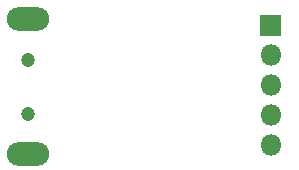
<source format=gbs>
%TF.GenerationSoftware,KiCad,Pcbnew,(5.1.9)-1*%
%TF.CreationDate,2021-02-20T19:07:58+08:00*%
%TF.ProjectId,test,74657374-2e6b-4696-9361-645f70636258,rev?*%
%TF.SameCoordinates,Original*%
%TF.FileFunction,Soldermask,Bot*%
%TF.FilePolarity,Negative*%
%FSLAX46Y46*%
G04 Gerber Fmt 4.6, Leading zero omitted, Abs format (unit mm)*
G04 Created by KiCad (PCBNEW (5.1.9)-1) date 2021-02-20 19:07:58*
%MOMM*%
%LPD*%
G01*
G04 APERTURE LIST*
%ADD10C,1.200000*%
%ADD11O,3.600000X2.000000*%
%ADD12O,1.800000X1.800000*%
G04 APERTURE END LIST*
D10*
%TO.C,J1*%
X103100000Y-89700000D03*
X103100000Y-94300000D03*
D11*
X103100000Y-86300000D03*
X103100000Y-97700000D03*
%TD*%
D12*
%TO.C,J2*%
X123600000Y-96960000D03*
X123600000Y-94420000D03*
X123600000Y-91880000D03*
X123600000Y-89340000D03*
G36*
G01*
X122700000Y-87650000D02*
X122700000Y-85950000D01*
G75*
G02*
X122750000Y-85900000I50000J0D01*
G01*
X124450000Y-85900000D01*
G75*
G02*
X124500000Y-85950000I0J-50000D01*
G01*
X124500000Y-87650000D01*
G75*
G02*
X124450000Y-87700000I-50000J0D01*
G01*
X122750000Y-87700000D01*
G75*
G02*
X122700000Y-87650000I0J50000D01*
G01*
G37*
%TD*%
M02*

</source>
